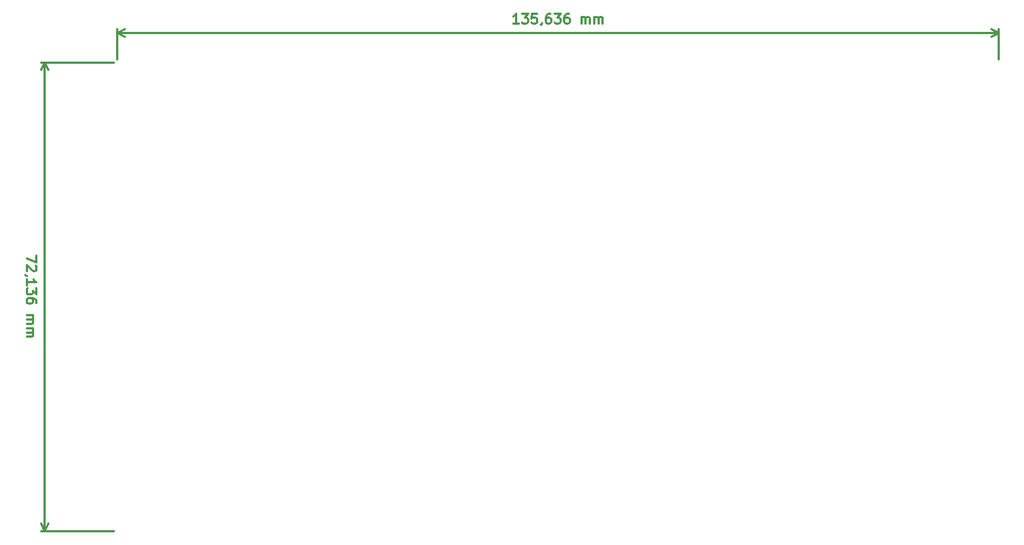
<source format=gbr>
G04 #@! TF.GenerationSoftware,KiCad,Pcbnew,5.0.2-bee76a0~70~ubuntu18.04.1*
G04 #@! TF.CreationDate,2019-11-03T19:36:50+01:00*
G04 #@! TF.ProjectId,AmpMeter,416d704d-6574-4657-922e-6b696361645f,rev?*
G04 #@! TF.SameCoordinates,Original*
G04 #@! TF.FileFunction,Legend,Bot*
G04 #@! TF.FilePolarity,Positive*
%FSLAX46Y46*%
G04 Gerber Fmt 4.6, Leading zero omitted, Abs format (unit mm)*
G04 Created by KiCad (PCBNEW 5.0.2-bee76a0~70~ubuntu18.04.1) date So 03 Nov 2019 19:36:50 CET*
%MOMM*%
%LPD*%
G01*
G04 APERTURE LIST*
%ADD10C,0.300000*%
G04 APERTURE END LIST*
D10*
X80034571Y-4928571D02*
X79177428Y-4928571D01*
X79606000Y-4928571D02*
X79606000Y-3428571D01*
X79463142Y-3642857D01*
X79320285Y-3785714D01*
X79177428Y-3857142D01*
X80534571Y-3428571D02*
X81463142Y-3428571D01*
X80963142Y-4000000D01*
X81177428Y-4000000D01*
X81320285Y-4071428D01*
X81391714Y-4142857D01*
X81463142Y-4285714D01*
X81463142Y-4642857D01*
X81391714Y-4785714D01*
X81320285Y-4857142D01*
X81177428Y-4928571D01*
X80748857Y-4928571D01*
X80606000Y-4857142D01*
X80534571Y-4785714D01*
X82820285Y-3428571D02*
X82106000Y-3428571D01*
X82034571Y-4142857D01*
X82106000Y-4071428D01*
X82248857Y-4000000D01*
X82606000Y-4000000D01*
X82748857Y-4071428D01*
X82820285Y-4142857D01*
X82891714Y-4285714D01*
X82891714Y-4642857D01*
X82820285Y-4785714D01*
X82748857Y-4857142D01*
X82606000Y-4928571D01*
X82248857Y-4928571D01*
X82106000Y-4857142D01*
X82034571Y-4785714D01*
X83606000Y-4857142D02*
X83606000Y-4928571D01*
X83534571Y-5071428D01*
X83463142Y-5142857D01*
X84891714Y-3428571D02*
X84606000Y-3428571D01*
X84463142Y-3500000D01*
X84391714Y-3571428D01*
X84248857Y-3785714D01*
X84177428Y-4071428D01*
X84177428Y-4642857D01*
X84248857Y-4785714D01*
X84320285Y-4857142D01*
X84463142Y-4928571D01*
X84748857Y-4928571D01*
X84891714Y-4857142D01*
X84963142Y-4785714D01*
X85034571Y-4642857D01*
X85034571Y-4285714D01*
X84963142Y-4142857D01*
X84891714Y-4071428D01*
X84748857Y-4000000D01*
X84463142Y-4000000D01*
X84320285Y-4071428D01*
X84248857Y-4142857D01*
X84177428Y-4285714D01*
X85534571Y-3428571D02*
X86463142Y-3428571D01*
X85963142Y-4000000D01*
X86177428Y-4000000D01*
X86320285Y-4071428D01*
X86391714Y-4142857D01*
X86463142Y-4285714D01*
X86463142Y-4642857D01*
X86391714Y-4785714D01*
X86320285Y-4857142D01*
X86177428Y-4928571D01*
X85748857Y-4928571D01*
X85606000Y-4857142D01*
X85534571Y-4785714D01*
X87748857Y-3428571D02*
X87463142Y-3428571D01*
X87320285Y-3500000D01*
X87248857Y-3571428D01*
X87106000Y-3785714D01*
X87034571Y-4071428D01*
X87034571Y-4642857D01*
X87106000Y-4785714D01*
X87177428Y-4857142D01*
X87320285Y-4928571D01*
X87606000Y-4928571D01*
X87748857Y-4857142D01*
X87820285Y-4785714D01*
X87891714Y-4642857D01*
X87891714Y-4285714D01*
X87820285Y-4142857D01*
X87748857Y-4071428D01*
X87606000Y-4000000D01*
X87320285Y-4000000D01*
X87177428Y-4071428D01*
X87106000Y-4142857D01*
X87034571Y-4285714D01*
X89677428Y-4928571D02*
X89677428Y-3928571D01*
X89677428Y-4071428D02*
X89748857Y-4000000D01*
X89891714Y-3928571D01*
X90106000Y-3928571D01*
X90248857Y-4000000D01*
X90320285Y-4142857D01*
X90320285Y-4928571D01*
X90320285Y-4142857D02*
X90391714Y-4000000D01*
X90534571Y-3928571D01*
X90748857Y-3928571D01*
X90891714Y-4000000D01*
X90963142Y-4142857D01*
X90963142Y-4928571D01*
X91677428Y-4928571D02*
X91677428Y-3928571D01*
X91677428Y-4071428D02*
X91748857Y-4000000D01*
X91891714Y-3928571D01*
X92106000Y-3928571D01*
X92248857Y-4000000D01*
X92320285Y-4142857D01*
X92320285Y-4928571D01*
X92320285Y-4142857D02*
X92391714Y-4000000D01*
X92534571Y-3928571D01*
X92748857Y-3928571D01*
X92891714Y-4000000D01*
X92963142Y-4142857D01*
X92963142Y-4928571D01*
X18288000Y-6350000D02*
X153924000Y-6350000D01*
X18288000Y-10414000D02*
X18288000Y-5763579D01*
X153924000Y-10414000D02*
X153924000Y-5763579D01*
X153924000Y-6350000D02*
X152797496Y-6936421D01*
X153924000Y-6350000D02*
X152797496Y-5763579D01*
X18288000Y-6350000D02*
X19414504Y-6936421D01*
X18288000Y-6350000D02*
X19414504Y-5763579D01*
X5833428Y-40704285D02*
X5833428Y-41704285D01*
X4333428Y-41061428D01*
X5690571Y-42204285D02*
X5762000Y-42275714D01*
X5833428Y-42418571D01*
X5833428Y-42775714D01*
X5762000Y-42918571D01*
X5690571Y-42990000D01*
X5547714Y-43061428D01*
X5404857Y-43061428D01*
X5190571Y-42990000D01*
X4333428Y-42132857D01*
X4333428Y-43061428D01*
X4404857Y-43775714D02*
X4333428Y-43775714D01*
X4190571Y-43704285D01*
X4119142Y-43632857D01*
X4333428Y-45204285D02*
X4333428Y-44347142D01*
X4333428Y-44775714D02*
X5833428Y-44775714D01*
X5619142Y-44632857D01*
X5476285Y-44490000D01*
X5404857Y-44347142D01*
X5833428Y-45704285D02*
X5833428Y-46632857D01*
X5262000Y-46132857D01*
X5262000Y-46347142D01*
X5190571Y-46490000D01*
X5119142Y-46561428D01*
X4976285Y-46632857D01*
X4619142Y-46632857D01*
X4476285Y-46561428D01*
X4404857Y-46490000D01*
X4333428Y-46347142D01*
X4333428Y-45918571D01*
X4404857Y-45775714D01*
X4476285Y-45704285D01*
X5833428Y-47918571D02*
X5833428Y-47632857D01*
X5762000Y-47490000D01*
X5690571Y-47418571D01*
X5476285Y-47275714D01*
X5190571Y-47204285D01*
X4619142Y-47204285D01*
X4476285Y-47275714D01*
X4404857Y-47347142D01*
X4333428Y-47490000D01*
X4333428Y-47775714D01*
X4404857Y-47918571D01*
X4476285Y-47990000D01*
X4619142Y-48061428D01*
X4976285Y-48061428D01*
X5119142Y-47990000D01*
X5190571Y-47918571D01*
X5262000Y-47775714D01*
X5262000Y-47490000D01*
X5190571Y-47347142D01*
X5119142Y-47275714D01*
X4976285Y-47204285D01*
X4333428Y-49847142D02*
X5333428Y-49847142D01*
X5190571Y-49847142D02*
X5261999Y-49918571D01*
X5333428Y-50061428D01*
X5333428Y-50275714D01*
X5261999Y-50418571D01*
X5119142Y-50490000D01*
X4333428Y-50490000D01*
X5119142Y-50490000D02*
X5261999Y-50561428D01*
X5333428Y-50704285D01*
X5333428Y-50918571D01*
X5261999Y-51061428D01*
X5119142Y-51132857D01*
X4333428Y-51132857D01*
X4333428Y-51847142D02*
X5333428Y-51847142D01*
X5190571Y-51847142D02*
X5261999Y-51918571D01*
X5333428Y-52061428D01*
X5333428Y-52275714D01*
X5261999Y-52418571D01*
X5119142Y-52490000D01*
X4333428Y-52490000D01*
X5119142Y-52490000D02*
X5261999Y-52561428D01*
X5333428Y-52704285D01*
X5333428Y-52918571D01*
X5261999Y-53061428D01*
X5119142Y-53132857D01*
X4333428Y-53132857D01*
X7112000Y-10922000D02*
X7112000Y-83058000D01*
X17780000Y-10922000D02*
X6525579Y-10922000D01*
X17780000Y-83058000D02*
X6525579Y-83058000D01*
X7112000Y-83058000D02*
X6525579Y-81931496D01*
X7112000Y-83058000D02*
X7698421Y-81931496D01*
X7112000Y-10922000D02*
X6525579Y-12048504D01*
X7112000Y-10922000D02*
X7698421Y-12048504D01*
M02*

</source>
